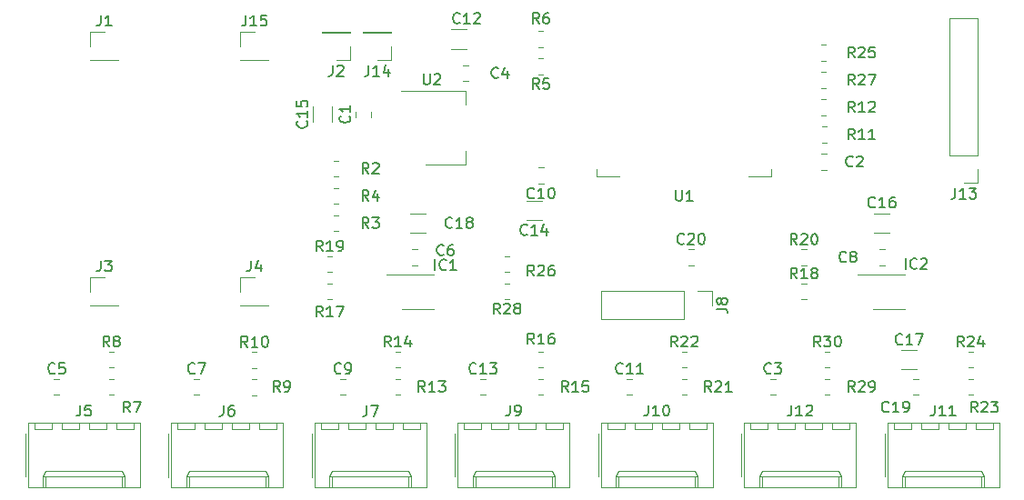
<source format=gbr>
%TF.GenerationSoftware,KiCad,Pcbnew,6.0.11+dfsg-1*%
%TF.CreationDate,2023-10-20T18:47:01+02:00*%
%TF.ProjectId,5x100A,35783130-3041-42e6-9b69-6361645f7063,rev?*%
%TF.SameCoordinates,Original*%
%TF.FileFunction,Legend,Top*%
%TF.FilePolarity,Positive*%
%FSLAX46Y46*%
G04 Gerber Fmt 4.6, Leading zero omitted, Abs format (unit mm)*
G04 Created by KiCad (PCBNEW 6.0.11+dfsg-1) date 2023-10-20 18:47:01*
%MOMM*%
%LPD*%
G01*
G04 APERTURE LIST*
%ADD10C,0.150000*%
%ADD11C,0.120000*%
G04 APERTURE END LIST*
D10*
%TO.C,U1*%
X134493095Y-102322380D02*
X134493095Y-103131904D01*
X134540714Y-103227142D01*
X134588333Y-103274761D01*
X134683571Y-103322380D01*
X134874047Y-103322380D01*
X134969285Y-103274761D01*
X135016904Y-103227142D01*
X135064523Y-103131904D01*
X135064523Y-102322380D01*
X136064523Y-103322380D02*
X135493095Y-103322380D01*
X135778809Y-103322380D02*
X135778809Y-102322380D01*
X135683571Y-102465238D01*
X135588333Y-102560476D01*
X135493095Y-102608095D01*
%TO.C,C18*%
X113657142Y-105767142D02*
X113609523Y-105814761D01*
X113466666Y-105862380D01*
X113371428Y-105862380D01*
X113228571Y-105814761D01*
X113133333Y-105719523D01*
X113085714Y-105624285D01*
X113038095Y-105433809D01*
X113038095Y-105290952D01*
X113085714Y-105100476D01*
X113133333Y-105005238D01*
X113228571Y-104910000D01*
X113371428Y-104862380D01*
X113466666Y-104862380D01*
X113609523Y-104910000D01*
X113657142Y-104957619D01*
X114609523Y-105862380D02*
X114038095Y-105862380D01*
X114323809Y-105862380D02*
X114323809Y-104862380D01*
X114228571Y-105005238D01*
X114133333Y-105100476D01*
X114038095Y-105148095D01*
X115180952Y-105290952D02*
X115085714Y-105243333D01*
X115038095Y-105195714D01*
X114990476Y-105100476D01*
X114990476Y-105052857D01*
X115038095Y-104957619D01*
X115085714Y-104910000D01*
X115180952Y-104862380D01*
X115371428Y-104862380D01*
X115466666Y-104910000D01*
X115514285Y-104957619D01*
X115561904Y-105052857D01*
X115561904Y-105100476D01*
X115514285Y-105195714D01*
X115466666Y-105243333D01*
X115371428Y-105290952D01*
X115180952Y-105290952D01*
X115085714Y-105338571D01*
X115038095Y-105386190D01*
X114990476Y-105481428D01*
X114990476Y-105671904D01*
X115038095Y-105767142D01*
X115085714Y-105814761D01*
X115180952Y-105862380D01*
X115371428Y-105862380D01*
X115466666Y-105814761D01*
X115514285Y-105767142D01*
X115561904Y-105671904D01*
X115561904Y-105481428D01*
X115514285Y-105386190D01*
X115466666Y-105338571D01*
X115371428Y-105290952D01*
%TO.C,J13*%
X160480476Y-102112380D02*
X160480476Y-102826666D01*
X160432857Y-102969523D01*
X160337619Y-103064761D01*
X160194761Y-103112380D01*
X160099523Y-103112380D01*
X161480476Y-103112380D02*
X160909047Y-103112380D01*
X161194761Y-103112380D02*
X161194761Y-102112380D01*
X161099523Y-102255238D01*
X161004285Y-102350476D01*
X160909047Y-102398095D01*
X161813809Y-102112380D02*
X162432857Y-102112380D01*
X162099523Y-102493333D01*
X162242380Y-102493333D01*
X162337619Y-102540952D01*
X162385238Y-102588571D01*
X162432857Y-102683809D01*
X162432857Y-102921904D01*
X162385238Y-103017142D01*
X162337619Y-103064761D01*
X162242380Y-103112380D01*
X161956666Y-103112380D01*
X161861428Y-103064761D01*
X161813809Y-103017142D01*
%TO.C,J4*%
X94916666Y-108882380D02*
X94916666Y-109596666D01*
X94869047Y-109739523D01*
X94773809Y-109834761D01*
X94630952Y-109882380D01*
X94535714Y-109882380D01*
X95821428Y-109215714D02*
X95821428Y-109882380D01*
X95583333Y-108834761D02*
X95345238Y-109549047D01*
X95964285Y-109549047D01*
%TO.C,U2*%
X110998095Y-91472380D02*
X110998095Y-92281904D01*
X111045714Y-92377142D01*
X111093333Y-92424761D01*
X111188571Y-92472380D01*
X111379047Y-92472380D01*
X111474285Y-92424761D01*
X111521904Y-92377142D01*
X111569523Y-92281904D01*
X111569523Y-91472380D01*
X111998095Y-91567619D02*
X112045714Y-91520000D01*
X112140952Y-91472380D01*
X112379047Y-91472380D01*
X112474285Y-91520000D01*
X112521904Y-91567619D01*
X112569523Y-91662857D01*
X112569523Y-91758095D01*
X112521904Y-91900952D01*
X111950476Y-92472380D01*
X112569523Y-92472380D01*
%TO.C,C9*%
X103300833Y-119327142D02*
X103253214Y-119374761D01*
X103110357Y-119422380D01*
X103015119Y-119422380D01*
X102872261Y-119374761D01*
X102777023Y-119279523D01*
X102729404Y-119184285D01*
X102681785Y-118993809D01*
X102681785Y-118850952D01*
X102729404Y-118660476D01*
X102777023Y-118565238D01*
X102872261Y-118470000D01*
X103015119Y-118422380D01*
X103110357Y-118422380D01*
X103253214Y-118470000D01*
X103300833Y-118517619D01*
X103777023Y-119422380D02*
X103967500Y-119422380D01*
X104062738Y-119374761D01*
X104110357Y-119327142D01*
X104205595Y-119184285D01*
X104253214Y-118993809D01*
X104253214Y-118612857D01*
X104205595Y-118517619D01*
X104157976Y-118470000D01*
X104062738Y-118422380D01*
X103872261Y-118422380D01*
X103777023Y-118470000D01*
X103729404Y-118517619D01*
X103681785Y-118612857D01*
X103681785Y-118850952D01*
X103729404Y-118946190D01*
X103777023Y-118993809D01*
X103872261Y-119041428D01*
X104062738Y-119041428D01*
X104157976Y-118993809D01*
X104205595Y-118946190D01*
X104253214Y-118850952D01*
%TO.C,R29*%
X151122142Y-121102380D02*
X150788809Y-120626190D01*
X150550714Y-121102380D02*
X150550714Y-120102380D01*
X150931666Y-120102380D01*
X151026904Y-120150000D01*
X151074523Y-120197619D01*
X151122142Y-120292857D01*
X151122142Y-120435714D01*
X151074523Y-120530952D01*
X151026904Y-120578571D01*
X150931666Y-120626190D01*
X150550714Y-120626190D01*
X151503095Y-120197619D02*
X151550714Y-120150000D01*
X151645952Y-120102380D01*
X151884047Y-120102380D01*
X151979285Y-120150000D01*
X152026904Y-120197619D01*
X152074523Y-120292857D01*
X152074523Y-120388095D01*
X152026904Y-120530952D01*
X151455476Y-121102380D01*
X152074523Y-121102380D01*
X152550714Y-121102380D02*
X152741190Y-121102380D01*
X152836428Y-121054761D01*
X152884047Y-121007142D01*
X152979285Y-120864285D01*
X153026904Y-120673809D01*
X153026904Y-120292857D01*
X152979285Y-120197619D01*
X152931666Y-120150000D01*
X152836428Y-120102380D01*
X152645952Y-120102380D01*
X152550714Y-120150000D01*
X152503095Y-120197619D01*
X152455476Y-120292857D01*
X152455476Y-120530952D01*
X152503095Y-120626190D01*
X152550714Y-120673809D01*
X152645952Y-120721428D01*
X152836428Y-120721428D01*
X152931666Y-120673809D01*
X152979285Y-120626190D01*
X153026904Y-120530952D01*
%TO.C,R13*%
X111117142Y-121102380D02*
X110783809Y-120626190D01*
X110545714Y-121102380D02*
X110545714Y-120102380D01*
X110926666Y-120102380D01*
X111021904Y-120150000D01*
X111069523Y-120197619D01*
X111117142Y-120292857D01*
X111117142Y-120435714D01*
X111069523Y-120530952D01*
X111021904Y-120578571D01*
X110926666Y-120626190D01*
X110545714Y-120626190D01*
X112069523Y-121102380D02*
X111498095Y-121102380D01*
X111783809Y-121102380D02*
X111783809Y-120102380D01*
X111688571Y-120245238D01*
X111593333Y-120340476D01*
X111498095Y-120388095D01*
X112402857Y-120102380D02*
X113021904Y-120102380D01*
X112688571Y-120483333D01*
X112831428Y-120483333D01*
X112926666Y-120530952D01*
X112974285Y-120578571D01*
X113021904Y-120673809D01*
X113021904Y-120911904D01*
X112974285Y-121007142D01*
X112926666Y-121054761D01*
X112831428Y-121102380D01*
X112545714Y-121102380D01*
X112450476Y-121054761D01*
X112402857Y-121007142D01*
%TO.C,R14*%
X107942142Y-116912380D02*
X107608809Y-116436190D01*
X107370714Y-116912380D02*
X107370714Y-115912380D01*
X107751666Y-115912380D01*
X107846904Y-115960000D01*
X107894523Y-116007619D01*
X107942142Y-116102857D01*
X107942142Y-116245714D01*
X107894523Y-116340952D01*
X107846904Y-116388571D01*
X107751666Y-116436190D01*
X107370714Y-116436190D01*
X108894523Y-116912380D02*
X108323095Y-116912380D01*
X108608809Y-116912380D02*
X108608809Y-115912380D01*
X108513571Y-116055238D01*
X108418333Y-116150476D01*
X108323095Y-116198095D01*
X109751666Y-116245714D02*
X109751666Y-116912380D01*
X109513571Y-115864761D02*
X109275476Y-116579047D01*
X109894523Y-116579047D01*
%TO.C,R11*%
X151122142Y-97607380D02*
X150788809Y-97131190D01*
X150550714Y-97607380D02*
X150550714Y-96607380D01*
X150931666Y-96607380D01*
X151026904Y-96655000D01*
X151074523Y-96702619D01*
X151122142Y-96797857D01*
X151122142Y-96940714D01*
X151074523Y-97035952D01*
X151026904Y-97083571D01*
X150931666Y-97131190D01*
X150550714Y-97131190D01*
X152074523Y-97607380D02*
X151503095Y-97607380D01*
X151788809Y-97607380D02*
X151788809Y-96607380D01*
X151693571Y-96750238D01*
X151598333Y-96845476D01*
X151503095Y-96893095D01*
X153026904Y-97607380D02*
X152455476Y-97607380D01*
X152741190Y-97607380D02*
X152741190Y-96607380D01*
X152645952Y-96750238D01*
X152550714Y-96845476D01*
X152455476Y-96893095D01*
%TO.C,J9*%
X119046666Y-122332380D02*
X119046666Y-123046666D01*
X118999047Y-123189523D01*
X118903809Y-123284761D01*
X118760952Y-123332380D01*
X118665714Y-123332380D01*
X119570476Y-123332380D02*
X119760952Y-123332380D01*
X119856190Y-123284761D01*
X119903809Y-123237142D01*
X119999047Y-123094285D01*
X120046666Y-122903809D01*
X120046666Y-122522857D01*
X119999047Y-122427619D01*
X119951428Y-122380000D01*
X119856190Y-122332380D01*
X119665714Y-122332380D01*
X119570476Y-122380000D01*
X119522857Y-122427619D01*
X119475238Y-122522857D01*
X119475238Y-122760952D01*
X119522857Y-122856190D01*
X119570476Y-122903809D01*
X119665714Y-122951428D01*
X119856190Y-122951428D01*
X119951428Y-122903809D01*
X119999047Y-122856190D01*
X120046666Y-122760952D01*
%TO.C,R9*%
X97623333Y-121102380D02*
X97290000Y-120626190D01*
X97051904Y-121102380D02*
X97051904Y-120102380D01*
X97432857Y-120102380D01*
X97528095Y-120150000D01*
X97575714Y-120197619D01*
X97623333Y-120292857D01*
X97623333Y-120435714D01*
X97575714Y-120530952D01*
X97528095Y-120578571D01*
X97432857Y-120626190D01*
X97051904Y-120626190D01*
X98099523Y-121102380D02*
X98290000Y-121102380D01*
X98385238Y-121054761D01*
X98432857Y-121007142D01*
X98528095Y-120864285D01*
X98575714Y-120673809D01*
X98575714Y-120292857D01*
X98528095Y-120197619D01*
X98480476Y-120150000D01*
X98385238Y-120102380D01*
X98194761Y-120102380D01*
X98099523Y-120150000D01*
X98051904Y-120197619D01*
X98004285Y-120292857D01*
X98004285Y-120530952D01*
X98051904Y-120626190D01*
X98099523Y-120673809D01*
X98194761Y-120721428D01*
X98385238Y-120721428D01*
X98480476Y-120673809D01*
X98528095Y-120626190D01*
X98575714Y-120530952D01*
%TO.C,R28*%
X118102142Y-113862380D02*
X117768809Y-113386190D01*
X117530714Y-113862380D02*
X117530714Y-112862380D01*
X117911666Y-112862380D01*
X118006904Y-112910000D01*
X118054523Y-112957619D01*
X118102142Y-113052857D01*
X118102142Y-113195714D01*
X118054523Y-113290952D01*
X118006904Y-113338571D01*
X117911666Y-113386190D01*
X117530714Y-113386190D01*
X118483095Y-112957619D02*
X118530714Y-112910000D01*
X118625952Y-112862380D01*
X118864047Y-112862380D01*
X118959285Y-112910000D01*
X119006904Y-112957619D01*
X119054523Y-113052857D01*
X119054523Y-113148095D01*
X119006904Y-113290952D01*
X118435476Y-113862380D01*
X119054523Y-113862380D01*
X119625952Y-113290952D02*
X119530714Y-113243333D01*
X119483095Y-113195714D01*
X119435476Y-113100476D01*
X119435476Y-113052857D01*
X119483095Y-112957619D01*
X119530714Y-112910000D01*
X119625952Y-112862380D01*
X119816428Y-112862380D01*
X119911666Y-112910000D01*
X119959285Y-112957619D01*
X120006904Y-113052857D01*
X120006904Y-113100476D01*
X119959285Y-113195714D01*
X119911666Y-113243333D01*
X119816428Y-113290952D01*
X119625952Y-113290952D01*
X119530714Y-113338571D01*
X119483095Y-113386190D01*
X119435476Y-113481428D01*
X119435476Y-113671904D01*
X119483095Y-113767142D01*
X119530714Y-113814761D01*
X119625952Y-113862380D01*
X119816428Y-113862380D01*
X119911666Y-113814761D01*
X119959285Y-113767142D01*
X120006904Y-113671904D01*
X120006904Y-113481428D01*
X119959285Y-113386190D01*
X119911666Y-113338571D01*
X119816428Y-113290952D01*
%TO.C,R16*%
X121277142Y-116657380D02*
X120943809Y-116181190D01*
X120705714Y-116657380D02*
X120705714Y-115657380D01*
X121086666Y-115657380D01*
X121181904Y-115705000D01*
X121229523Y-115752619D01*
X121277142Y-115847857D01*
X121277142Y-115990714D01*
X121229523Y-116085952D01*
X121181904Y-116133571D01*
X121086666Y-116181190D01*
X120705714Y-116181190D01*
X122229523Y-116657380D02*
X121658095Y-116657380D01*
X121943809Y-116657380D02*
X121943809Y-115657380D01*
X121848571Y-115800238D01*
X121753333Y-115895476D01*
X121658095Y-115943095D01*
X123086666Y-115657380D02*
X122896190Y-115657380D01*
X122800952Y-115705000D01*
X122753333Y-115752619D01*
X122658095Y-115895476D01*
X122610476Y-116085952D01*
X122610476Y-116466904D01*
X122658095Y-116562142D01*
X122705714Y-116609761D01*
X122800952Y-116657380D01*
X122991428Y-116657380D01*
X123086666Y-116609761D01*
X123134285Y-116562142D01*
X123181904Y-116466904D01*
X123181904Y-116228809D01*
X123134285Y-116133571D01*
X123086666Y-116085952D01*
X122991428Y-116038333D01*
X122800952Y-116038333D01*
X122705714Y-116085952D01*
X122658095Y-116133571D01*
X122610476Y-116228809D01*
%TO.C,R5*%
X121753333Y-92907380D02*
X121420000Y-92431190D01*
X121181904Y-92907380D02*
X121181904Y-91907380D01*
X121562857Y-91907380D01*
X121658095Y-91955000D01*
X121705714Y-92002619D01*
X121753333Y-92097857D01*
X121753333Y-92240714D01*
X121705714Y-92335952D01*
X121658095Y-92383571D01*
X121562857Y-92431190D01*
X121181904Y-92431190D01*
X122658095Y-91907380D02*
X122181904Y-91907380D01*
X122134285Y-92383571D01*
X122181904Y-92335952D01*
X122277142Y-92288333D01*
X122515238Y-92288333D01*
X122610476Y-92335952D01*
X122658095Y-92383571D01*
X122705714Y-92478809D01*
X122705714Y-92716904D01*
X122658095Y-92812142D01*
X122610476Y-92859761D01*
X122515238Y-92907380D01*
X122277142Y-92907380D01*
X122181904Y-92859761D01*
X122134285Y-92812142D01*
%TO.C,J11*%
X158575476Y-122332380D02*
X158575476Y-123046666D01*
X158527857Y-123189523D01*
X158432619Y-123284761D01*
X158289761Y-123332380D01*
X158194523Y-123332380D01*
X159575476Y-123332380D02*
X159004047Y-123332380D01*
X159289761Y-123332380D02*
X159289761Y-122332380D01*
X159194523Y-122475238D01*
X159099285Y-122570476D01*
X159004047Y-122618095D01*
X160527857Y-123332380D02*
X159956428Y-123332380D01*
X160242142Y-123332380D02*
X160242142Y-122332380D01*
X160146904Y-122475238D01*
X160051666Y-122570476D01*
X159956428Y-122618095D01*
%TO.C,C16*%
X153027142Y-103862142D02*
X152979523Y-103909761D01*
X152836666Y-103957380D01*
X152741428Y-103957380D01*
X152598571Y-103909761D01*
X152503333Y-103814523D01*
X152455714Y-103719285D01*
X152408095Y-103528809D01*
X152408095Y-103385952D01*
X152455714Y-103195476D01*
X152503333Y-103100238D01*
X152598571Y-103005000D01*
X152741428Y-102957380D01*
X152836666Y-102957380D01*
X152979523Y-103005000D01*
X153027142Y-103052619D01*
X153979523Y-103957380D02*
X153408095Y-103957380D01*
X153693809Y-103957380D02*
X153693809Y-102957380D01*
X153598571Y-103100238D01*
X153503333Y-103195476D01*
X153408095Y-103243095D01*
X154836666Y-102957380D02*
X154646190Y-102957380D01*
X154550952Y-103005000D01*
X154503333Y-103052619D01*
X154408095Y-103195476D01*
X154360476Y-103385952D01*
X154360476Y-103766904D01*
X154408095Y-103862142D01*
X154455714Y-103909761D01*
X154550952Y-103957380D01*
X154741428Y-103957380D01*
X154836666Y-103909761D01*
X154884285Y-103862142D01*
X154931904Y-103766904D01*
X154931904Y-103528809D01*
X154884285Y-103433571D01*
X154836666Y-103385952D01*
X154741428Y-103338333D01*
X154550952Y-103338333D01*
X154455714Y-103385952D01*
X154408095Y-103433571D01*
X154360476Y-103528809D01*
%TO.C,R30*%
X147947142Y-116912380D02*
X147613809Y-116436190D01*
X147375714Y-116912380D02*
X147375714Y-115912380D01*
X147756666Y-115912380D01*
X147851904Y-115960000D01*
X147899523Y-116007619D01*
X147947142Y-116102857D01*
X147947142Y-116245714D01*
X147899523Y-116340952D01*
X147851904Y-116388571D01*
X147756666Y-116436190D01*
X147375714Y-116436190D01*
X148280476Y-115912380D02*
X148899523Y-115912380D01*
X148566190Y-116293333D01*
X148709047Y-116293333D01*
X148804285Y-116340952D01*
X148851904Y-116388571D01*
X148899523Y-116483809D01*
X148899523Y-116721904D01*
X148851904Y-116817142D01*
X148804285Y-116864761D01*
X148709047Y-116912380D01*
X148423333Y-116912380D01*
X148328095Y-116864761D01*
X148280476Y-116817142D01*
X149518571Y-115912380D02*
X149613809Y-115912380D01*
X149709047Y-115960000D01*
X149756666Y-116007619D01*
X149804285Y-116102857D01*
X149851904Y-116293333D01*
X149851904Y-116531428D01*
X149804285Y-116721904D01*
X149756666Y-116817142D01*
X149709047Y-116864761D01*
X149613809Y-116912380D01*
X149518571Y-116912380D01*
X149423333Y-116864761D01*
X149375714Y-116817142D01*
X149328095Y-116721904D01*
X149280476Y-116531428D01*
X149280476Y-116293333D01*
X149328095Y-116102857D01*
X149375714Y-116007619D01*
X149423333Y-115960000D01*
X149518571Y-115912380D01*
%TO.C,C6*%
X112863333Y-108307142D02*
X112815714Y-108354761D01*
X112672857Y-108402380D01*
X112577619Y-108402380D01*
X112434761Y-108354761D01*
X112339523Y-108259523D01*
X112291904Y-108164285D01*
X112244285Y-107973809D01*
X112244285Y-107830952D01*
X112291904Y-107640476D01*
X112339523Y-107545238D01*
X112434761Y-107450000D01*
X112577619Y-107402380D01*
X112672857Y-107402380D01*
X112815714Y-107450000D01*
X112863333Y-107497619D01*
X113720476Y-107402380D02*
X113530000Y-107402380D01*
X113434761Y-107450000D01*
X113387142Y-107497619D01*
X113291904Y-107640476D01*
X113244285Y-107830952D01*
X113244285Y-108211904D01*
X113291904Y-108307142D01*
X113339523Y-108354761D01*
X113434761Y-108402380D01*
X113625238Y-108402380D01*
X113720476Y-108354761D01*
X113768095Y-108307142D01*
X113815714Y-108211904D01*
X113815714Y-107973809D01*
X113768095Y-107878571D01*
X113720476Y-107830952D01*
X113625238Y-107783333D01*
X113434761Y-107783333D01*
X113339523Y-107830952D01*
X113291904Y-107878571D01*
X113244285Y-107973809D01*
%TO.C,J8*%
X138297380Y-113363333D02*
X139011666Y-113363333D01*
X139154523Y-113410952D01*
X139249761Y-113506190D01*
X139297380Y-113649047D01*
X139297380Y-113744285D01*
X138725952Y-112744285D02*
X138678333Y-112839523D01*
X138630714Y-112887142D01*
X138535476Y-112934761D01*
X138487857Y-112934761D01*
X138392619Y-112887142D01*
X138345000Y-112839523D01*
X138297380Y-112744285D01*
X138297380Y-112553809D01*
X138345000Y-112458571D01*
X138392619Y-112410952D01*
X138487857Y-112363333D01*
X138535476Y-112363333D01*
X138630714Y-112410952D01*
X138678333Y-112458571D01*
X138725952Y-112553809D01*
X138725952Y-112744285D01*
X138773571Y-112839523D01*
X138821190Y-112887142D01*
X138916428Y-112934761D01*
X139106904Y-112934761D01*
X139202142Y-112887142D01*
X139249761Y-112839523D01*
X139297380Y-112744285D01*
X139297380Y-112553809D01*
X139249761Y-112458571D01*
X139202142Y-112410952D01*
X139106904Y-112363333D01*
X138916428Y-112363333D01*
X138821190Y-112410952D01*
X138773571Y-112458571D01*
X138725952Y-112553809D01*
%TO.C,C13*%
X115882142Y-119327142D02*
X115834523Y-119374761D01*
X115691666Y-119422380D01*
X115596428Y-119422380D01*
X115453571Y-119374761D01*
X115358333Y-119279523D01*
X115310714Y-119184285D01*
X115263095Y-118993809D01*
X115263095Y-118850952D01*
X115310714Y-118660476D01*
X115358333Y-118565238D01*
X115453571Y-118470000D01*
X115596428Y-118422380D01*
X115691666Y-118422380D01*
X115834523Y-118470000D01*
X115882142Y-118517619D01*
X116834523Y-119422380D02*
X116263095Y-119422380D01*
X116548809Y-119422380D02*
X116548809Y-118422380D01*
X116453571Y-118565238D01*
X116358333Y-118660476D01*
X116263095Y-118708095D01*
X117167857Y-118422380D02*
X117786904Y-118422380D01*
X117453571Y-118803333D01*
X117596428Y-118803333D01*
X117691666Y-118850952D01*
X117739285Y-118898571D01*
X117786904Y-118993809D01*
X117786904Y-119231904D01*
X117739285Y-119327142D01*
X117691666Y-119374761D01*
X117596428Y-119422380D01*
X117310714Y-119422380D01*
X117215476Y-119374761D01*
X117167857Y-119327142D01*
%TO.C,C11*%
X129532142Y-119327142D02*
X129484523Y-119374761D01*
X129341666Y-119422380D01*
X129246428Y-119422380D01*
X129103571Y-119374761D01*
X129008333Y-119279523D01*
X128960714Y-119184285D01*
X128913095Y-118993809D01*
X128913095Y-118850952D01*
X128960714Y-118660476D01*
X129008333Y-118565238D01*
X129103571Y-118470000D01*
X129246428Y-118422380D01*
X129341666Y-118422380D01*
X129484523Y-118470000D01*
X129532142Y-118517619D01*
X130484523Y-119422380D02*
X129913095Y-119422380D01*
X130198809Y-119422380D02*
X130198809Y-118422380D01*
X130103571Y-118565238D01*
X130008333Y-118660476D01*
X129913095Y-118708095D01*
X131436904Y-119422380D02*
X130865476Y-119422380D01*
X131151190Y-119422380D02*
X131151190Y-118422380D01*
X131055952Y-118565238D01*
X130960714Y-118660476D01*
X130865476Y-118708095D01*
%TO.C,J12*%
X145240476Y-122332380D02*
X145240476Y-123046666D01*
X145192857Y-123189523D01*
X145097619Y-123284761D01*
X144954761Y-123332380D01*
X144859523Y-123332380D01*
X146240476Y-123332380D02*
X145669047Y-123332380D01*
X145954761Y-123332380D02*
X145954761Y-122332380D01*
X145859523Y-122475238D01*
X145764285Y-122570476D01*
X145669047Y-122618095D01*
X146621428Y-122427619D02*
X146669047Y-122380000D01*
X146764285Y-122332380D01*
X147002380Y-122332380D01*
X147097619Y-122380000D01*
X147145238Y-122427619D01*
X147192857Y-122522857D01*
X147192857Y-122618095D01*
X147145238Y-122760952D01*
X146573809Y-123332380D01*
X147192857Y-123332380D01*
%TO.C,C12*%
X114368394Y-86717142D02*
X114320775Y-86764761D01*
X114177918Y-86812380D01*
X114082680Y-86812380D01*
X113939823Y-86764761D01*
X113844585Y-86669523D01*
X113796966Y-86574285D01*
X113749347Y-86383809D01*
X113749347Y-86240952D01*
X113796966Y-86050476D01*
X113844585Y-85955238D01*
X113939823Y-85860000D01*
X114082680Y-85812380D01*
X114177918Y-85812380D01*
X114320775Y-85860000D01*
X114368394Y-85907619D01*
X115320775Y-86812380D02*
X114749347Y-86812380D01*
X115035061Y-86812380D02*
X115035061Y-85812380D01*
X114939823Y-85955238D01*
X114844585Y-86050476D01*
X114749347Y-86098095D01*
X115701728Y-85907619D02*
X115749347Y-85860000D01*
X115844585Y-85812380D01*
X116082680Y-85812380D01*
X116177918Y-85860000D01*
X116225537Y-85907619D01*
X116273156Y-86002857D01*
X116273156Y-86098095D01*
X116225537Y-86240952D01*
X115654109Y-86812380D01*
X116273156Y-86812380D01*
%TO.C,R17*%
X101592142Y-114117380D02*
X101258809Y-113641190D01*
X101020714Y-114117380D02*
X101020714Y-113117380D01*
X101401666Y-113117380D01*
X101496904Y-113165000D01*
X101544523Y-113212619D01*
X101592142Y-113307857D01*
X101592142Y-113450714D01*
X101544523Y-113545952D01*
X101496904Y-113593571D01*
X101401666Y-113641190D01*
X101020714Y-113641190D01*
X102544523Y-114117380D02*
X101973095Y-114117380D01*
X102258809Y-114117380D02*
X102258809Y-113117380D01*
X102163571Y-113260238D01*
X102068333Y-113355476D01*
X101973095Y-113403095D01*
X102877857Y-113117380D02*
X103544523Y-113117380D01*
X103115952Y-114117380D01*
%TO.C,R19*%
X101592142Y-108022380D02*
X101258809Y-107546190D01*
X101020714Y-108022380D02*
X101020714Y-107022380D01*
X101401666Y-107022380D01*
X101496904Y-107070000D01*
X101544523Y-107117619D01*
X101592142Y-107212857D01*
X101592142Y-107355714D01*
X101544523Y-107450952D01*
X101496904Y-107498571D01*
X101401666Y-107546190D01*
X101020714Y-107546190D01*
X102544523Y-108022380D02*
X101973095Y-108022380D01*
X102258809Y-108022380D02*
X102258809Y-107022380D01*
X102163571Y-107165238D01*
X102068333Y-107260476D01*
X101973095Y-107308095D01*
X103020714Y-108022380D02*
X103211190Y-108022380D01*
X103306428Y-107974761D01*
X103354047Y-107927142D01*
X103449285Y-107784285D01*
X103496904Y-107593809D01*
X103496904Y-107212857D01*
X103449285Y-107117619D01*
X103401666Y-107070000D01*
X103306428Y-107022380D01*
X103115952Y-107022380D01*
X103020714Y-107070000D01*
X102973095Y-107117619D01*
X102925476Y-107212857D01*
X102925476Y-107450952D01*
X102973095Y-107546190D01*
X103020714Y-107593809D01*
X103115952Y-107641428D01*
X103306428Y-107641428D01*
X103401666Y-107593809D01*
X103449285Y-107546190D01*
X103496904Y-107450952D01*
%TO.C,C14*%
X120642142Y-106422142D02*
X120594523Y-106469761D01*
X120451666Y-106517380D01*
X120356428Y-106517380D01*
X120213571Y-106469761D01*
X120118333Y-106374523D01*
X120070714Y-106279285D01*
X120023095Y-106088809D01*
X120023095Y-105945952D01*
X120070714Y-105755476D01*
X120118333Y-105660238D01*
X120213571Y-105565000D01*
X120356428Y-105517380D01*
X120451666Y-105517380D01*
X120594523Y-105565000D01*
X120642142Y-105612619D01*
X121594523Y-106517380D02*
X121023095Y-106517380D01*
X121308809Y-106517380D02*
X121308809Y-105517380D01*
X121213571Y-105660238D01*
X121118333Y-105755476D01*
X121023095Y-105803095D01*
X122451666Y-105850714D02*
X122451666Y-106517380D01*
X122213571Y-105469761D02*
X121975476Y-106184047D01*
X122594523Y-106184047D01*
%TO.C,R15*%
X124452142Y-121102380D02*
X124118809Y-120626190D01*
X123880714Y-121102380D02*
X123880714Y-120102380D01*
X124261666Y-120102380D01*
X124356904Y-120150000D01*
X124404523Y-120197619D01*
X124452142Y-120292857D01*
X124452142Y-120435714D01*
X124404523Y-120530952D01*
X124356904Y-120578571D01*
X124261666Y-120626190D01*
X123880714Y-120626190D01*
X125404523Y-121102380D02*
X124833095Y-121102380D01*
X125118809Y-121102380D02*
X125118809Y-120102380D01*
X125023571Y-120245238D01*
X124928333Y-120340476D01*
X124833095Y-120388095D01*
X126309285Y-120102380D02*
X125833095Y-120102380D01*
X125785476Y-120578571D01*
X125833095Y-120530952D01*
X125928333Y-120483333D01*
X126166428Y-120483333D01*
X126261666Y-120530952D01*
X126309285Y-120578571D01*
X126356904Y-120673809D01*
X126356904Y-120911904D01*
X126309285Y-121007142D01*
X126261666Y-121054761D01*
X126166428Y-121102380D01*
X125928333Y-121102380D01*
X125833095Y-121054761D01*
X125785476Y-121007142D01*
%TO.C,R27*%
X151122142Y-92527380D02*
X150788809Y-92051190D01*
X150550714Y-92527380D02*
X150550714Y-91527380D01*
X150931666Y-91527380D01*
X151026904Y-91575000D01*
X151074523Y-91622619D01*
X151122142Y-91717857D01*
X151122142Y-91860714D01*
X151074523Y-91955952D01*
X151026904Y-92003571D01*
X150931666Y-92051190D01*
X150550714Y-92051190D01*
X151503095Y-91622619D02*
X151550714Y-91575000D01*
X151645952Y-91527380D01*
X151884047Y-91527380D01*
X151979285Y-91575000D01*
X152026904Y-91622619D01*
X152074523Y-91717857D01*
X152074523Y-91813095D01*
X152026904Y-91955952D01*
X151455476Y-92527380D01*
X152074523Y-92527380D01*
X152407857Y-91527380D02*
X153074523Y-91527380D01*
X152645952Y-92527380D01*
%TO.C,J2*%
X102536666Y-90682380D02*
X102536666Y-91396666D01*
X102489047Y-91539523D01*
X102393809Y-91634761D01*
X102250952Y-91682380D01*
X102155714Y-91682380D01*
X102965238Y-90777619D02*
X103012857Y-90730000D01*
X103108095Y-90682380D01*
X103346190Y-90682380D01*
X103441428Y-90730000D01*
X103489047Y-90777619D01*
X103536666Y-90872857D01*
X103536666Y-90968095D01*
X103489047Y-91110952D01*
X102917619Y-91682380D01*
X103536666Y-91682380D01*
%TO.C,R26*%
X121277142Y-110307380D02*
X120943809Y-109831190D01*
X120705714Y-110307380D02*
X120705714Y-109307380D01*
X121086666Y-109307380D01*
X121181904Y-109355000D01*
X121229523Y-109402619D01*
X121277142Y-109497857D01*
X121277142Y-109640714D01*
X121229523Y-109735952D01*
X121181904Y-109783571D01*
X121086666Y-109831190D01*
X120705714Y-109831190D01*
X121658095Y-109402619D02*
X121705714Y-109355000D01*
X121800952Y-109307380D01*
X122039047Y-109307380D01*
X122134285Y-109355000D01*
X122181904Y-109402619D01*
X122229523Y-109497857D01*
X122229523Y-109593095D01*
X122181904Y-109735952D01*
X121610476Y-110307380D01*
X122229523Y-110307380D01*
X123086666Y-109307380D02*
X122896190Y-109307380D01*
X122800952Y-109355000D01*
X122753333Y-109402619D01*
X122658095Y-109545476D01*
X122610476Y-109735952D01*
X122610476Y-110116904D01*
X122658095Y-110212142D01*
X122705714Y-110259761D01*
X122800952Y-110307380D01*
X122991428Y-110307380D01*
X123086666Y-110259761D01*
X123134285Y-110212142D01*
X123181904Y-110116904D01*
X123181904Y-109878809D01*
X123134285Y-109783571D01*
X123086666Y-109735952D01*
X122991428Y-109688333D01*
X122800952Y-109688333D01*
X122705714Y-109735952D01*
X122658095Y-109783571D01*
X122610476Y-109878809D01*
%TO.C,J10*%
X131905476Y-122332380D02*
X131905476Y-123046666D01*
X131857857Y-123189523D01*
X131762619Y-123284761D01*
X131619761Y-123332380D01*
X131524523Y-123332380D01*
X132905476Y-123332380D02*
X132334047Y-123332380D01*
X132619761Y-123332380D02*
X132619761Y-122332380D01*
X132524523Y-122475238D01*
X132429285Y-122570476D01*
X132334047Y-122618095D01*
X133524523Y-122332380D02*
X133619761Y-122332380D01*
X133715000Y-122380000D01*
X133762619Y-122427619D01*
X133810238Y-122522857D01*
X133857857Y-122713333D01*
X133857857Y-122951428D01*
X133810238Y-123141904D01*
X133762619Y-123237142D01*
X133715000Y-123284761D01*
X133619761Y-123332380D01*
X133524523Y-123332380D01*
X133429285Y-123284761D01*
X133381666Y-123237142D01*
X133334047Y-123141904D01*
X133286428Y-122951428D01*
X133286428Y-122713333D01*
X133334047Y-122522857D01*
X133381666Y-122427619D01*
X133429285Y-122380000D01*
X133524523Y-122332380D01*
%TO.C,R7*%
X83653333Y-123007380D02*
X83320000Y-122531190D01*
X83081904Y-123007380D02*
X83081904Y-122007380D01*
X83462857Y-122007380D01*
X83558095Y-122055000D01*
X83605714Y-122102619D01*
X83653333Y-122197857D01*
X83653333Y-122340714D01*
X83605714Y-122435952D01*
X83558095Y-122483571D01*
X83462857Y-122531190D01*
X83081904Y-122531190D01*
X83986666Y-122007380D02*
X84653333Y-122007380D01*
X84224761Y-123007380D01*
%TO.C,J14*%
X105870476Y-90682380D02*
X105870476Y-91396666D01*
X105822857Y-91539523D01*
X105727619Y-91634761D01*
X105584761Y-91682380D01*
X105489523Y-91682380D01*
X106870476Y-91682380D02*
X106299047Y-91682380D01*
X106584761Y-91682380D02*
X106584761Y-90682380D01*
X106489523Y-90825238D01*
X106394285Y-90920476D01*
X106299047Y-90968095D01*
X107727619Y-91015714D02*
X107727619Y-91682380D01*
X107489523Y-90634761D02*
X107251428Y-91349047D01*
X107870476Y-91349047D01*
%TO.C,C17*%
X155567142Y-116617142D02*
X155519523Y-116664761D01*
X155376666Y-116712380D01*
X155281428Y-116712380D01*
X155138571Y-116664761D01*
X155043333Y-116569523D01*
X154995714Y-116474285D01*
X154948095Y-116283809D01*
X154948095Y-116140952D01*
X154995714Y-115950476D01*
X155043333Y-115855238D01*
X155138571Y-115760000D01*
X155281428Y-115712380D01*
X155376666Y-115712380D01*
X155519523Y-115760000D01*
X155567142Y-115807619D01*
X156519523Y-116712380D02*
X155948095Y-116712380D01*
X156233809Y-116712380D02*
X156233809Y-115712380D01*
X156138571Y-115855238D01*
X156043333Y-115950476D01*
X155948095Y-115998095D01*
X156852857Y-115712380D02*
X157519523Y-115712380D01*
X157090952Y-116712380D01*
%TO.C,R21*%
X137787142Y-121102380D02*
X137453809Y-120626190D01*
X137215714Y-121102380D02*
X137215714Y-120102380D01*
X137596666Y-120102380D01*
X137691904Y-120150000D01*
X137739523Y-120197619D01*
X137787142Y-120292857D01*
X137787142Y-120435714D01*
X137739523Y-120530952D01*
X137691904Y-120578571D01*
X137596666Y-120626190D01*
X137215714Y-120626190D01*
X138168095Y-120197619D02*
X138215714Y-120150000D01*
X138310952Y-120102380D01*
X138549047Y-120102380D01*
X138644285Y-120150000D01*
X138691904Y-120197619D01*
X138739523Y-120292857D01*
X138739523Y-120388095D01*
X138691904Y-120530952D01*
X138120476Y-121102380D01*
X138739523Y-121102380D01*
X139691904Y-121102380D02*
X139120476Y-121102380D01*
X139406190Y-121102380D02*
X139406190Y-120102380D01*
X139310952Y-120245238D01*
X139215714Y-120340476D01*
X139120476Y-120388095D01*
%TO.C,R4*%
X105878333Y-103322380D02*
X105545000Y-102846190D01*
X105306904Y-103322380D02*
X105306904Y-102322380D01*
X105687857Y-102322380D01*
X105783095Y-102370000D01*
X105830714Y-102417619D01*
X105878333Y-102512857D01*
X105878333Y-102655714D01*
X105830714Y-102750952D01*
X105783095Y-102798571D01*
X105687857Y-102846190D01*
X105306904Y-102846190D01*
X106735476Y-102655714D02*
X106735476Y-103322380D01*
X106497380Y-102274761D02*
X106259285Y-102989047D01*
X106878333Y-102989047D01*
%TO.C,R22*%
X134612142Y-116912380D02*
X134278809Y-116436190D01*
X134040714Y-116912380D02*
X134040714Y-115912380D01*
X134421666Y-115912380D01*
X134516904Y-115960000D01*
X134564523Y-116007619D01*
X134612142Y-116102857D01*
X134612142Y-116245714D01*
X134564523Y-116340952D01*
X134516904Y-116388571D01*
X134421666Y-116436190D01*
X134040714Y-116436190D01*
X134993095Y-116007619D02*
X135040714Y-115960000D01*
X135135952Y-115912380D01*
X135374047Y-115912380D01*
X135469285Y-115960000D01*
X135516904Y-116007619D01*
X135564523Y-116102857D01*
X135564523Y-116198095D01*
X135516904Y-116340952D01*
X134945476Y-116912380D01*
X135564523Y-116912380D01*
X135945476Y-116007619D02*
X135993095Y-115960000D01*
X136088333Y-115912380D01*
X136326428Y-115912380D01*
X136421666Y-115960000D01*
X136469285Y-116007619D01*
X136516904Y-116102857D01*
X136516904Y-116198095D01*
X136469285Y-116340952D01*
X135897857Y-116912380D01*
X136516904Y-116912380D01*
%TO.C,J15*%
X94440476Y-86022380D02*
X94440476Y-86736666D01*
X94392857Y-86879523D01*
X94297619Y-86974761D01*
X94154761Y-87022380D01*
X94059523Y-87022380D01*
X95440476Y-87022380D02*
X94869047Y-87022380D01*
X95154761Y-87022380D02*
X95154761Y-86022380D01*
X95059523Y-86165238D01*
X94964285Y-86260476D01*
X94869047Y-86308095D01*
X96345238Y-86022380D02*
X95869047Y-86022380D01*
X95821428Y-86498571D01*
X95869047Y-86450952D01*
X95964285Y-86403333D01*
X96202380Y-86403333D01*
X96297619Y-86450952D01*
X96345238Y-86498571D01*
X96392857Y-86593809D01*
X96392857Y-86831904D01*
X96345238Y-86927142D01*
X96297619Y-86974761D01*
X96202380Y-87022380D01*
X95964285Y-87022380D01*
X95869047Y-86974761D01*
X95821428Y-86927142D01*
%TO.C,J5*%
X79041666Y-122332380D02*
X79041666Y-123046666D01*
X78994047Y-123189523D01*
X78898809Y-123284761D01*
X78755952Y-123332380D01*
X78660714Y-123332380D01*
X79994047Y-122332380D02*
X79517857Y-122332380D01*
X79470238Y-122808571D01*
X79517857Y-122760952D01*
X79613095Y-122713333D01*
X79851190Y-122713333D01*
X79946428Y-122760952D01*
X79994047Y-122808571D01*
X80041666Y-122903809D01*
X80041666Y-123141904D01*
X79994047Y-123237142D01*
X79946428Y-123284761D01*
X79851190Y-123332380D01*
X79613095Y-123332380D01*
X79517857Y-123284761D01*
X79470238Y-123237142D01*
%TO.C,C15*%
X100107142Y-95892857D02*
X100154761Y-95940476D01*
X100202380Y-96083333D01*
X100202380Y-96178571D01*
X100154761Y-96321428D01*
X100059523Y-96416666D01*
X99964285Y-96464285D01*
X99773809Y-96511904D01*
X99630952Y-96511904D01*
X99440476Y-96464285D01*
X99345238Y-96416666D01*
X99250000Y-96321428D01*
X99202380Y-96178571D01*
X99202380Y-96083333D01*
X99250000Y-95940476D01*
X99297619Y-95892857D01*
X100202380Y-94940476D02*
X100202380Y-95511904D01*
X100202380Y-95226190D02*
X99202380Y-95226190D01*
X99345238Y-95321428D01*
X99440476Y-95416666D01*
X99488095Y-95511904D01*
X99202380Y-94035714D02*
X99202380Y-94511904D01*
X99678571Y-94559523D01*
X99630952Y-94511904D01*
X99583333Y-94416666D01*
X99583333Y-94178571D01*
X99630952Y-94083333D01*
X99678571Y-94035714D01*
X99773809Y-93988095D01*
X100011904Y-93988095D01*
X100107142Y-94035714D01*
X100154761Y-94083333D01*
X100202380Y-94178571D01*
X100202380Y-94416666D01*
X100154761Y-94511904D01*
X100107142Y-94559523D01*
%TO.C,R12*%
X151122142Y-95067380D02*
X150788809Y-94591190D01*
X150550714Y-95067380D02*
X150550714Y-94067380D01*
X150931666Y-94067380D01*
X151026904Y-94115000D01*
X151074523Y-94162619D01*
X151122142Y-94257857D01*
X151122142Y-94400714D01*
X151074523Y-94495952D01*
X151026904Y-94543571D01*
X150931666Y-94591190D01*
X150550714Y-94591190D01*
X152074523Y-95067380D02*
X151503095Y-95067380D01*
X151788809Y-95067380D02*
X151788809Y-94067380D01*
X151693571Y-94210238D01*
X151598333Y-94305476D01*
X151503095Y-94353095D01*
X152455476Y-94162619D02*
X152503095Y-94115000D01*
X152598333Y-94067380D01*
X152836428Y-94067380D01*
X152931666Y-94115000D01*
X152979285Y-94162619D01*
X153026904Y-94257857D01*
X153026904Y-94353095D01*
X152979285Y-94495952D01*
X152407857Y-95067380D01*
X153026904Y-95067380D01*
%TO.C,C20*%
X135247142Y-107262142D02*
X135199523Y-107309761D01*
X135056666Y-107357380D01*
X134961428Y-107357380D01*
X134818571Y-107309761D01*
X134723333Y-107214523D01*
X134675714Y-107119285D01*
X134628095Y-106928809D01*
X134628095Y-106785952D01*
X134675714Y-106595476D01*
X134723333Y-106500238D01*
X134818571Y-106405000D01*
X134961428Y-106357380D01*
X135056666Y-106357380D01*
X135199523Y-106405000D01*
X135247142Y-106452619D01*
X135628095Y-106452619D02*
X135675714Y-106405000D01*
X135770952Y-106357380D01*
X136009047Y-106357380D01*
X136104285Y-106405000D01*
X136151904Y-106452619D01*
X136199523Y-106547857D01*
X136199523Y-106643095D01*
X136151904Y-106785952D01*
X135580476Y-107357380D01*
X136199523Y-107357380D01*
X136818571Y-106357380D02*
X136913809Y-106357380D01*
X137009047Y-106405000D01*
X137056666Y-106452619D01*
X137104285Y-106547857D01*
X137151904Y-106738333D01*
X137151904Y-106976428D01*
X137104285Y-107166904D01*
X137056666Y-107262142D01*
X137009047Y-107309761D01*
X136913809Y-107357380D01*
X136818571Y-107357380D01*
X136723333Y-107309761D01*
X136675714Y-107262142D01*
X136628095Y-107166904D01*
X136580476Y-106976428D01*
X136580476Y-106738333D01*
X136628095Y-106547857D01*
X136675714Y-106452619D01*
X136723333Y-106405000D01*
X136818571Y-106357380D01*
%TO.C,R25*%
X151122142Y-89987380D02*
X150788809Y-89511190D01*
X150550714Y-89987380D02*
X150550714Y-88987380D01*
X150931666Y-88987380D01*
X151026904Y-89035000D01*
X151074523Y-89082619D01*
X151122142Y-89177857D01*
X151122142Y-89320714D01*
X151074523Y-89415952D01*
X151026904Y-89463571D01*
X150931666Y-89511190D01*
X150550714Y-89511190D01*
X151503095Y-89082619D02*
X151550714Y-89035000D01*
X151645952Y-88987380D01*
X151884047Y-88987380D01*
X151979285Y-89035000D01*
X152026904Y-89082619D01*
X152074523Y-89177857D01*
X152074523Y-89273095D01*
X152026904Y-89415952D01*
X151455476Y-89987380D01*
X152074523Y-89987380D01*
X152979285Y-88987380D02*
X152503095Y-88987380D01*
X152455476Y-89463571D01*
X152503095Y-89415952D01*
X152598333Y-89368333D01*
X152836428Y-89368333D01*
X152931666Y-89415952D01*
X152979285Y-89463571D01*
X153026904Y-89558809D01*
X153026904Y-89796904D01*
X152979285Y-89892142D01*
X152931666Y-89939761D01*
X152836428Y-89987380D01*
X152598333Y-89987380D01*
X152503095Y-89939761D01*
X152455476Y-89892142D01*
%TO.C,J7*%
X105711666Y-122352380D02*
X105711666Y-123066666D01*
X105664047Y-123209523D01*
X105568809Y-123304761D01*
X105425952Y-123352380D01*
X105330714Y-123352380D01*
X106092619Y-122352380D02*
X106759285Y-122352380D01*
X106330714Y-123352380D01*
%TO.C,R24*%
X161282142Y-116912380D02*
X160948809Y-116436190D01*
X160710714Y-116912380D02*
X160710714Y-115912380D01*
X161091666Y-115912380D01*
X161186904Y-115960000D01*
X161234523Y-116007619D01*
X161282142Y-116102857D01*
X161282142Y-116245714D01*
X161234523Y-116340952D01*
X161186904Y-116388571D01*
X161091666Y-116436190D01*
X160710714Y-116436190D01*
X161663095Y-116007619D02*
X161710714Y-115960000D01*
X161805952Y-115912380D01*
X162044047Y-115912380D01*
X162139285Y-115960000D01*
X162186904Y-116007619D01*
X162234523Y-116102857D01*
X162234523Y-116198095D01*
X162186904Y-116340952D01*
X161615476Y-116912380D01*
X162234523Y-116912380D01*
X163091666Y-116245714D02*
X163091666Y-116912380D01*
X162853571Y-115864761D02*
X162615476Y-116579047D01*
X163234523Y-116579047D01*
%TO.C,C7*%
X89688333Y-119327142D02*
X89640714Y-119374761D01*
X89497857Y-119422380D01*
X89402619Y-119422380D01*
X89259761Y-119374761D01*
X89164523Y-119279523D01*
X89116904Y-119184285D01*
X89069285Y-118993809D01*
X89069285Y-118850952D01*
X89116904Y-118660476D01*
X89164523Y-118565238D01*
X89259761Y-118470000D01*
X89402619Y-118422380D01*
X89497857Y-118422380D01*
X89640714Y-118470000D01*
X89688333Y-118517619D01*
X90021666Y-118422380D02*
X90688333Y-118422380D01*
X90259761Y-119422380D01*
%TO.C,IC1*%
X112053809Y-109772380D02*
X112053809Y-108772380D01*
X113101428Y-109677142D02*
X113053809Y-109724761D01*
X112910952Y-109772380D01*
X112815714Y-109772380D01*
X112672857Y-109724761D01*
X112577619Y-109629523D01*
X112530000Y-109534285D01*
X112482380Y-109343809D01*
X112482380Y-109200952D01*
X112530000Y-109010476D01*
X112577619Y-108915238D01*
X112672857Y-108820000D01*
X112815714Y-108772380D01*
X112910952Y-108772380D01*
X113053809Y-108820000D01*
X113101428Y-108867619D01*
X114053809Y-109772380D02*
X113482380Y-109772380D01*
X113768095Y-109772380D02*
X113768095Y-108772380D01*
X113672857Y-108915238D01*
X113577619Y-109010476D01*
X113482380Y-109058095D01*
%TO.C,J3*%
X80946666Y-108882380D02*
X80946666Y-109596666D01*
X80899047Y-109739523D01*
X80803809Y-109834761D01*
X80660952Y-109882380D01*
X80565714Y-109882380D01*
X81327619Y-108882380D02*
X81946666Y-108882380D01*
X81613333Y-109263333D01*
X81756190Y-109263333D01*
X81851428Y-109310952D01*
X81899047Y-109358571D01*
X81946666Y-109453809D01*
X81946666Y-109691904D01*
X81899047Y-109787142D01*
X81851428Y-109834761D01*
X81756190Y-109882380D01*
X81470476Y-109882380D01*
X81375238Y-109834761D01*
X81327619Y-109787142D01*
%TO.C,C8*%
X150328333Y-108942142D02*
X150280714Y-108989761D01*
X150137857Y-109037380D01*
X150042619Y-109037380D01*
X149899761Y-108989761D01*
X149804523Y-108894523D01*
X149756904Y-108799285D01*
X149709285Y-108608809D01*
X149709285Y-108465952D01*
X149756904Y-108275476D01*
X149804523Y-108180238D01*
X149899761Y-108085000D01*
X150042619Y-108037380D01*
X150137857Y-108037380D01*
X150280714Y-108085000D01*
X150328333Y-108132619D01*
X150899761Y-108465952D02*
X150804523Y-108418333D01*
X150756904Y-108370714D01*
X150709285Y-108275476D01*
X150709285Y-108227857D01*
X150756904Y-108132619D01*
X150804523Y-108085000D01*
X150899761Y-108037380D01*
X151090238Y-108037380D01*
X151185476Y-108085000D01*
X151233095Y-108132619D01*
X151280714Y-108227857D01*
X151280714Y-108275476D01*
X151233095Y-108370714D01*
X151185476Y-108418333D01*
X151090238Y-108465952D01*
X150899761Y-108465952D01*
X150804523Y-108513571D01*
X150756904Y-108561190D01*
X150709285Y-108656428D01*
X150709285Y-108846904D01*
X150756904Y-108942142D01*
X150804523Y-108989761D01*
X150899761Y-109037380D01*
X151090238Y-109037380D01*
X151185476Y-108989761D01*
X151233095Y-108942142D01*
X151280714Y-108846904D01*
X151280714Y-108656428D01*
X151233095Y-108561190D01*
X151185476Y-108513571D01*
X151090238Y-108465952D01*
%TO.C,R8*%
X81748333Y-116912380D02*
X81415000Y-116436190D01*
X81176904Y-116912380D02*
X81176904Y-115912380D01*
X81557857Y-115912380D01*
X81653095Y-115960000D01*
X81700714Y-116007619D01*
X81748333Y-116102857D01*
X81748333Y-116245714D01*
X81700714Y-116340952D01*
X81653095Y-116388571D01*
X81557857Y-116436190D01*
X81176904Y-116436190D01*
X82319761Y-116340952D02*
X82224523Y-116293333D01*
X82176904Y-116245714D01*
X82129285Y-116150476D01*
X82129285Y-116102857D01*
X82176904Y-116007619D01*
X82224523Y-115960000D01*
X82319761Y-115912380D01*
X82510238Y-115912380D01*
X82605476Y-115960000D01*
X82653095Y-116007619D01*
X82700714Y-116102857D01*
X82700714Y-116150476D01*
X82653095Y-116245714D01*
X82605476Y-116293333D01*
X82510238Y-116340952D01*
X82319761Y-116340952D01*
X82224523Y-116388571D01*
X82176904Y-116436190D01*
X82129285Y-116531428D01*
X82129285Y-116721904D01*
X82176904Y-116817142D01*
X82224523Y-116864761D01*
X82319761Y-116912380D01*
X82510238Y-116912380D01*
X82605476Y-116864761D01*
X82653095Y-116817142D01*
X82700714Y-116721904D01*
X82700714Y-116531428D01*
X82653095Y-116436190D01*
X82605476Y-116388571D01*
X82510238Y-116340952D01*
%TO.C,C3*%
X143343333Y-119327142D02*
X143295714Y-119374761D01*
X143152857Y-119422380D01*
X143057619Y-119422380D01*
X142914761Y-119374761D01*
X142819523Y-119279523D01*
X142771904Y-119184285D01*
X142724285Y-118993809D01*
X142724285Y-118850952D01*
X142771904Y-118660476D01*
X142819523Y-118565238D01*
X142914761Y-118470000D01*
X143057619Y-118422380D01*
X143152857Y-118422380D01*
X143295714Y-118470000D01*
X143343333Y-118517619D01*
X143676666Y-118422380D02*
X144295714Y-118422380D01*
X143962380Y-118803333D01*
X144105238Y-118803333D01*
X144200476Y-118850952D01*
X144248095Y-118898571D01*
X144295714Y-118993809D01*
X144295714Y-119231904D01*
X144248095Y-119327142D01*
X144200476Y-119374761D01*
X144105238Y-119422380D01*
X143819523Y-119422380D01*
X143724285Y-119374761D01*
X143676666Y-119327142D01*
%TO.C,C4*%
X117943333Y-91797142D02*
X117895714Y-91844761D01*
X117752857Y-91892380D01*
X117657619Y-91892380D01*
X117514761Y-91844761D01*
X117419523Y-91749523D01*
X117371904Y-91654285D01*
X117324285Y-91463809D01*
X117324285Y-91320952D01*
X117371904Y-91130476D01*
X117419523Y-91035238D01*
X117514761Y-90940000D01*
X117657619Y-90892380D01*
X117752857Y-90892380D01*
X117895714Y-90940000D01*
X117943333Y-90987619D01*
X118800476Y-91225714D02*
X118800476Y-91892380D01*
X118562380Y-90844761D02*
X118324285Y-91559047D01*
X118943333Y-91559047D01*
%TO.C,R10*%
X94607142Y-116932380D02*
X94273809Y-116456190D01*
X94035714Y-116932380D02*
X94035714Y-115932380D01*
X94416666Y-115932380D01*
X94511904Y-115980000D01*
X94559523Y-116027619D01*
X94607142Y-116122857D01*
X94607142Y-116265714D01*
X94559523Y-116360952D01*
X94511904Y-116408571D01*
X94416666Y-116456190D01*
X94035714Y-116456190D01*
X95559523Y-116932380D02*
X94988095Y-116932380D01*
X95273809Y-116932380D02*
X95273809Y-115932380D01*
X95178571Y-116075238D01*
X95083333Y-116170476D01*
X94988095Y-116218095D01*
X96178571Y-115932380D02*
X96273809Y-115932380D01*
X96369047Y-115980000D01*
X96416666Y-116027619D01*
X96464285Y-116122857D01*
X96511904Y-116313333D01*
X96511904Y-116551428D01*
X96464285Y-116741904D01*
X96416666Y-116837142D01*
X96369047Y-116884761D01*
X96273809Y-116932380D01*
X96178571Y-116932380D01*
X96083333Y-116884761D01*
X96035714Y-116837142D01*
X95988095Y-116741904D01*
X95940476Y-116551428D01*
X95940476Y-116313333D01*
X95988095Y-116122857D01*
X96035714Y-116027619D01*
X96083333Y-115980000D01*
X96178571Y-115932380D01*
%TO.C,R20*%
X145764642Y-107387380D02*
X145431309Y-106911190D01*
X145193214Y-107387380D02*
X145193214Y-106387380D01*
X145574166Y-106387380D01*
X145669404Y-106435000D01*
X145717023Y-106482619D01*
X145764642Y-106577857D01*
X145764642Y-106720714D01*
X145717023Y-106815952D01*
X145669404Y-106863571D01*
X145574166Y-106911190D01*
X145193214Y-106911190D01*
X146145595Y-106482619D02*
X146193214Y-106435000D01*
X146288452Y-106387380D01*
X146526547Y-106387380D01*
X146621785Y-106435000D01*
X146669404Y-106482619D01*
X146717023Y-106577857D01*
X146717023Y-106673095D01*
X146669404Y-106815952D01*
X146097976Y-107387380D01*
X146717023Y-107387380D01*
X147336071Y-106387380D02*
X147431309Y-106387380D01*
X147526547Y-106435000D01*
X147574166Y-106482619D01*
X147621785Y-106577857D01*
X147669404Y-106768333D01*
X147669404Y-107006428D01*
X147621785Y-107196904D01*
X147574166Y-107292142D01*
X147526547Y-107339761D01*
X147431309Y-107387380D01*
X147336071Y-107387380D01*
X147240833Y-107339761D01*
X147193214Y-107292142D01*
X147145595Y-107196904D01*
X147097976Y-107006428D01*
X147097976Y-106768333D01*
X147145595Y-106577857D01*
X147193214Y-106482619D01*
X147240833Y-106435000D01*
X147336071Y-106387380D01*
%TO.C,IC2*%
X155868809Y-109672380D02*
X155868809Y-108672380D01*
X156916428Y-109577142D02*
X156868809Y-109624761D01*
X156725952Y-109672380D01*
X156630714Y-109672380D01*
X156487857Y-109624761D01*
X156392619Y-109529523D01*
X156345000Y-109434285D01*
X156297380Y-109243809D01*
X156297380Y-109100952D01*
X156345000Y-108910476D01*
X156392619Y-108815238D01*
X156487857Y-108720000D01*
X156630714Y-108672380D01*
X156725952Y-108672380D01*
X156868809Y-108720000D01*
X156916428Y-108767619D01*
X157297380Y-108767619D02*
X157345000Y-108720000D01*
X157440238Y-108672380D01*
X157678333Y-108672380D01*
X157773571Y-108720000D01*
X157821190Y-108767619D01*
X157868809Y-108862857D01*
X157868809Y-108958095D01*
X157821190Y-109100952D01*
X157249761Y-109672380D01*
X157868809Y-109672380D01*
%TO.C,R23*%
X162552142Y-123007380D02*
X162218809Y-122531190D01*
X161980714Y-123007380D02*
X161980714Y-122007380D01*
X162361666Y-122007380D01*
X162456904Y-122055000D01*
X162504523Y-122102619D01*
X162552142Y-122197857D01*
X162552142Y-122340714D01*
X162504523Y-122435952D01*
X162456904Y-122483571D01*
X162361666Y-122531190D01*
X161980714Y-122531190D01*
X162933095Y-122102619D02*
X162980714Y-122055000D01*
X163075952Y-122007380D01*
X163314047Y-122007380D01*
X163409285Y-122055000D01*
X163456904Y-122102619D01*
X163504523Y-122197857D01*
X163504523Y-122293095D01*
X163456904Y-122435952D01*
X162885476Y-123007380D01*
X163504523Y-123007380D01*
X163837857Y-122007380D02*
X164456904Y-122007380D01*
X164123571Y-122388333D01*
X164266428Y-122388333D01*
X164361666Y-122435952D01*
X164409285Y-122483571D01*
X164456904Y-122578809D01*
X164456904Y-122816904D01*
X164409285Y-122912142D01*
X164361666Y-122959761D01*
X164266428Y-123007380D01*
X163980714Y-123007380D01*
X163885476Y-122959761D01*
X163837857Y-122912142D01*
%TO.C,C19*%
X154297142Y-122912142D02*
X154249523Y-122959761D01*
X154106666Y-123007380D01*
X154011428Y-123007380D01*
X153868571Y-122959761D01*
X153773333Y-122864523D01*
X153725714Y-122769285D01*
X153678095Y-122578809D01*
X153678095Y-122435952D01*
X153725714Y-122245476D01*
X153773333Y-122150238D01*
X153868571Y-122055000D01*
X154011428Y-122007380D01*
X154106666Y-122007380D01*
X154249523Y-122055000D01*
X154297142Y-122102619D01*
X155249523Y-123007380D02*
X154678095Y-123007380D01*
X154963809Y-123007380D02*
X154963809Y-122007380D01*
X154868571Y-122150238D01*
X154773333Y-122245476D01*
X154678095Y-122293095D01*
X155725714Y-123007380D02*
X155916190Y-123007380D01*
X156011428Y-122959761D01*
X156059047Y-122912142D01*
X156154285Y-122769285D01*
X156201904Y-122578809D01*
X156201904Y-122197857D01*
X156154285Y-122102619D01*
X156106666Y-122055000D01*
X156011428Y-122007380D01*
X155820952Y-122007380D01*
X155725714Y-122055000D01*
X155678095Y-122102619D01*
X155630476Y-122197857D01*
X155630476Y-122435952D01*
X155678095Y-122531190D01*
X155725714Y-122578809D01*
X155820952Y-122626428D01*
X156011428Y-122626428D01*
X156106666Y-122578809D01*
X156154285Y-122531190D01*
X156201904Y-122435952D01*
%TO.C,R2*%
X105878333Y-100782380D02*
X105545000Y-100306190D01*
X105306904Y-100782380D02*
X105306904Y-99782380D01*
X105687857Y-99782380D01*
X105783095Y-99830000D01*
X105830714Y-99877619D01*
X105878333Y-99972857D01*
X105878333Y-100115714D01*
X105830714Y-100210952D01*
X105783095Y-100258571D01*
X105687857Y-100306190D01*
X105306904Y-100306190D01*
X106259285Y-99877619D02*
X106306904Y-99830000D01*
X106402142Y-99782380D01*
X106640238Y-99782380D01*
X106735476Y-99830000D01*
X106783095Y-99877619D01*
X106830714Y-99972857D01*
X106830714Y-100068095D01*
X106783095Y-100210952D01*
X106211666Y-100782380D01*
X106830714Y-100782380D01*
%TO.C,R18*%
X145764642Y-110562380D02*
X145431309Y-110086190D01*
X145193214Y-110562380D02*
X145193214Y-109562380D01*
X145574166Y-109562380D01*
X145669404Y-109610000D01*
X145717023Y-109657619D01*
X145764642Y-109752857D01*
X145764642Y-109895714D01*
X145717023Y-109990952D01*
X145669404Y-110038571D01*
X145574166Y-110086190D01*
X145193214Y-110086190D01*
X146717023Y-110562380D02*
X146145595Y-110562380D01*
X146431309Y-110562380D02*
X146431309Y-109562380D01*
X146336071Y-109705238D01*
X146240833Y-109800476D01*
X146145595Y-109848095D01*
X147288452Y-109990952D02*
X147193214Y-109943333D01*
X147145595Y-109895714D01*
X147097976Y-109800476D01*
X147097976Y-109752857D01*
X147145595Y-109657619D01*
X147193214Y-109610000D01*
X147288452Y-109562380D01*
X147478928Y-109562380D01*
X147574166Y-109610000D01*
X147621785Y-109657619D01*
X147669404Y-109752857D01*
X147669404Y-109800476D01*
X147621785Y-109895714D01*
X147574166Y-109943333D01*
X147478928Y-109990952D01*
X147288452Y-109990952D01*
X147193214Y-110038571D01*
X147145595Y-110086190D01*
X147097976Y-110181428D01*
X147097976Y-110371904D01*
X147145595Y-110467142D01*
X147193214Y-110514761D01*
X147288452Y-110562380D01*
X147478928Y-110562380D01*
X147574166Y-110514761D01*
X147621785Y-110467142D01*
X147669404Y-110371904D01*
X147669404Y-110181428D01*
X147621785Y-110086190D01*
X147574166Y-110038571D01*
X147478928Y-109990952D01*
%TO.C,J6*%
X92376666Y-122352380D02*
X92376666Y-123066666D01*
X92329047Y-123209523D01*
X92233809Y-123304761D01*
X92090952Y-123352380D01*
X91995714Y-123352380D01*
X93281428Y-122352380D02*
X93090952Y-122352380D01*
X92995714Y-122400000D01*
X92948095Y-122447619D01*
X92852857Y-122590476D01*
X92805238Y-122780952D01*
X92805238Y-123161904D01*
X92852857Y-123257142D01*
X92900476Y-123304761D01*
X92995714Y-123352380D01*
X93186190Y-123352380D01*
X93281428Y-123304761D01*
X93329047Y-123257142D01*
X93376666Y-123161904D01*
X93376666Y-122923809D01*
X93329047Y-122828571D01*
X93281428Y-122780952D01*
X93186190Y-122733333D01*
X92995714Y-122733333D01*
X92900476Y-122780952D01*
X92852857Y-122828571D01*
X92805238Y-122923809D01*
%TO.C,C10*%
X121277142Y-103002142D02*
X121229523Y-103049761D01*
X121086666Y-103097380D01*
X120991428Y-103097380D01*
X120848571Y-103049761D01*
X120753333Y-102954523D01*
X120705714Y-102859285D01*
X120658095Y-102668809D01*
X120658095Y-102525952D01*
X120705714Y-102335476D01*
X120753333Y-102240238D01*
X120848571Y-102145000D01*
X120991428Y-102097380D01*
X121086666Y-102097380D01*
X121229523Y-102145000D01*
X121277142Y-102192619D01*
X122229523Y-103097380D02*
X121658095Y-103097380D01*
X121943809Y-103097380D02*
X121943809Y-102097380D01*
X121848571Y-102240238D01*
X121753333Y-102335476D01*
X121658095Y-102383095D01*
X122848571Y-102097380D02*
X122943809Y-102097380D01*
X123039047Y-102145000D01*
X123086666Y-102192619D01*
X123134285Y-102287857D01*
X123181904Y-102478333D01*
X123181904Y-102716428D01*
X123134285Y-102906904D01*
X123086666Y-103002142D01*
X123039047Y-103049761D01*
X122943809Y-103097380D01*
X122848571Y-103097380D01*
X122753333Y-103049761D01*
X122705714Y-103002142D01*
X122658095Y-102906904D01*
X122610476Y-102716428D01*
X122610476Y-102478333D01*
X122658095Y-102287857D01*
X122705714Y-102192619D01*
X122753333Y-102145000D01*
X122848571Y-102097380D01*
%TO.C,C5*%
X76668333Y-119327142D02*
X76620714Y-119374761D01*
X76477857Y-119422380D01*
X76382619Y-119422380D01*
X76239761Y-119374761D01*
X76144523Y-119279523D01*
X76096904Y-119184285D01*
X76049285Y-118993809D01*
X76049285Y-118850952D01*
X76096904Y-118660476D01*
X76144523Y-118565238D01*
X76239761Y-118470000D01*
X76382619Y-118422380D01*
X76477857Y-118422380D01*
X76620714Y-118470000D01*
X76668333Y-118517619D01*
X77573095Y-118422380D02*
X77096904Y-118422380D01*
X77049285Y-118898571D01*
X77096904Y-118850952D01*
X77192142Y-118803333D01*
X77430238Y-118803333D01*
X77525476Y-118850952D01*
X77573095Y-118898571D01*
X77620714Y-118993809D01*
X77620714Y-119231904D01*
X77573095Y-119327142D01*
X77525476Y-119374761D01*
X77430238Y-119422380D01*
X77192142Y-119422380D01*
X77096904Y-119374761D01*
X77049285Y-119327142D01*
%TO.C,R3*%
X105878333Y-105862380D02*
X105545000Y-105386190D01*
X105306904Y-105862380D02*
X105306904Y-104862380D01*
X105687857Y-104862380D01*
X105783095Y-104910000D01*
X105830714Y-104957619D01*
X105878333Y-105052857D01*
X105878333Y-105195714D01*
X105830714Y-105290952D01*
X105783095Y-105338571D01*
X105687857Y-105386190D01*
X105306904Y-105386190D01*
X106211666Y-104862380D02*
X106830714Y-104862380D01*
X106497380Y-105243333D01*
X106640238Y-105243333D01*
X106735476Y-105290952D01*
X106783095Y-105338571D01*
X106830714Y-105433809D01*
X106830714Y-105671904D01*
X106783095Y-105767142D01*
X106735476Y-105814761D01*
X106640238Y-105862380D01*
X106354523Y-105862380D01*
X106259285Y-105814761D01*
X106211666Y-105767142D01*
%TO.C,J1*%
X80946666Y-86022380D02*
X80946666Y-86736666D01*
X80899047Y-86879523D01*
X80803809Y-86974761D01*
X80660952Y-87022380D01*
X80565714Y-87022380D01*
X81946666Y-87022380D02*
X81375238Y-87022380D01*
X81660952Y-87022380D02*
X81660952Y-86022380D01*
X81565714Y-86165238D01*
X81470476Y-86260476D01*
X81375238Y-86308095D01*
%TO.C,C1*%
X104087142Y-95416666D02*
X104134761Y-95464285D01*
X104182380Y-95607142D01*
X104182380Y-95702380D01*
X104134761Y-95845238D01*
X104039523Y-95940476D01*
X103944285Y-95988095D01*
X103753809Y-96035714D01*
X103610952Y-96035714D01*
X103420476Y-95988095D01*
X103325238Y-95940476D01*
X103230000Y-95845238D01*
X103182380Y-95702380D01*
X103182380Y-95607142D01*
X103230000Y-95464285D01*
X103277619Y-95416666D01*
X104182380Y-94464285D02*
X104182380Y-95035714D01*
X104182380Y-94750000D02*
X103182380Y-94750000D01*
X103325238Y-94845238D01*
X103420476Y-94940476D01*
X103468095Y-95035714D01*
%TO.C,C2*%
X150963333Y-100052142D02*
X150915714Y-100099761D01*
X150772857Y-100147380D01*
X150677619Y-100147380D01*
X150534761Y-100099761D01*
X150439523Y-100004523D01*
X150391904Y-99909285D01*
X150344285Y-99718809D01*
X150344285Y-99575952D01*
X150391904Y-99385476D01*
X150439523Y-99290238D01*
X150534761Y-99195000D01*
X150677619Y-99147380D01*
X150772857Y-99147380D01*
X150915714Y-99195000D01*
X150963333Y-99242619D01*
X151344285Y-99242619D02*
X151391904Y-99195000D01*
X151487142Y-99147380D01*
X151725238Y-99147380D01*
X151820476Y-99195000D01*
X151868095Y-99242619D01*
X151915714Y-99337857D01*
X151915714Y-99433095D01*
X151868095Y-99575952D01*
X151296666Y-100147380D01*
X151915714Y-100147380D01*
%TO.C,R6*%
X121753333Y-86812380D02*
X121420000Y-86336190D01*
X121181904Y-86812380D02*
X121181904Y-85812380D01*
X121562857Y-85812380D01*
X121658095Y-85860000D01*
X121705714Y-85907619D01*
X121753333Y-86002857D01*
X121753333Y-86145714D01*
X121705714Y-86240952D01*
X121658095Y-86288571D01*
X121562857Y-86336190D01*
X121181904Y-86336190D01*
X122610476Y-85812380D02*
X122420000Y-85812380D01*
X122324761Y-85860000D01*
X122277142Y-85907619D01*
X122181904Y-86050476D01*
X122134285Y-86240952D01*
X122134285Y-86621904D01*
X122181904Y-86717142D01*
X122229523Y-86764761D01*
X122324761Y-86812380D01*
X122515238Y-86812380D01*
X122610476Y-86764761D01*
X122658095Y-86717142D01*
X122705714Y-86621904D01*
X122705714Y-86383809D01*
X122658095Y-86288571D01*
X122610476Y-86240952D01*
X122515238Y-86193333D01*
X122324761Y-86193333D01*
X122229523Y-86240952D01*
X122181904Y-86288571D01*
X122134285Y-86383809D01*
D11*
%TO.C,U1*%
X143375000Y-100400000D02*
X143375000Y-101020000D01*
X143375000Y-101020000D02*
X141255000Y-101020000D01*
X129255000Y-101020000D02*
X127135000Y-101020000D01*
X127135000Y-101020000D02*
X127135000Y-100400000D01*
%TO.C,C18*%
X111201252Y-104500000D02*
X109778748Y-104500000D01*
X111201252Y-106320000D02*
X109778748Y-106320000D01*
%TO.C,J13*%
X162620000Y-99060000D02*
X162620000Y-86300000D01*
X162620000Y-99060000D02*
X159960000Y-99060000D01*
X162620000Y-86300000D02*
X159960000Y-86300000D01*
X162620000Y-100330000D02*
X162620000Y-101660000D01*
X162620000Y-101660000D02*
X161290000Y-101660000D01*
X159960000Y-99060000D02*
X159960000Y-86300000D01*
%TO.C,J4*%
X93920000Y-110430000D02*
X95250000Y-110430000D01*
X93920000Y-113090000D02*
X96580000Y-113090000D01*
X96580000Y-113030000D02*
X96580000Y-113090000D01*
X93920000Y-113030000D02*
X93920000Y-113090000D01*
X93920000Y-111760000D02*
X93920000Y-110430000D01*
X93920000Y-113030000D02*
X96580000Y-113030000D01*
%TO.C,U2*%
X114940000Y-99930000D02*
X114940000Y-98670000D01*
X111180000Y-99930000D02*
X114940000Y-99930000D01*
X114940000Y-93110000D02*
X114940000Y-94370000D01*
X108930000Y-93110000D02*
X114940000Y-93110000D01*
%TO.C,C9*%
X103206248Y-121385000D02*
X103728752Y-121385000D01*
X103206248Y-119915000D02*
X103728752Y-119915000D01*
%TO.C,R29*%
X148362936Y-119915000D02*
X148817064Y-119915000D01*
X148362936Y-121385000D02*
X148817064Y-121385000D01*
%TO.C,R13*%
X108357936Y-121385000D02*
X108812064Y-121385000D01*
X108357936Y-119915000D02*
X108812064Y-119915000D01*
%TO.C,R14*%
X108357936Y-118845000D02*
X108812064Y-118845000D01*
X108357936Y-117375000D02*
X108812064Y-117375000D01*
%TO.C,R11*%
X148085436Y-96420000D02*
X148539564Y-96420000D01*
X148085436Y-97890000D02*
X148539564Y-97890000D01*
%TO.C,J9*%
X115820000Y-128460000D02*
X122940000Y-128460000D01*
X115570000Y-128990000D02*
X123190000Y-128990000D01*
X122390000Y-124570000D02*
X123990000Y-124570000D01*
X114770000Y-123970000D02*
X114770000Y-124570000D01*
X113900000Y-125000000D02*
X113900000Y-129000000D01*
X117310000Y-123970000D02*
X117310000Y-124570000D01*
X115570000Y-128990000D02*
X115820000Y-128460000D01*
X117310000Y-124570000D02*
X118910000Y-124570000D01*
X123990000Y-124570000D02*
X123990000Y-123970000D01*
X121450000Y-124570000D02*
X121450000Y-123970000D01*
X119850000Y-123970000D02*
X119850000Y-124570000D01*
X114190000Y-129990000D02*
X124570000Y-129990000D01*
X124570000Y-129990000D02*
X124570000Y-123970000D01*
X115570000Y-129990000D02*
X115570000Y-128990000D01*
X122940000Y-129990000D02*
X122940000Y-128990000D01*
X122390000Y-123970000D02*
X122390000Y-124570000D01*
X118910000Y-124570000D02*
X118910000Y-123970000D01*
X123190000Y-128990000D02*
X123190000Y-129990000D01*
X122940000Y-128460000D02*
X123190000Y-128990000D01*
X124570000Y-123970000D02*
X114190000Y-123970000D01*
X115820000Y-129990000D02*
X115820000Y-128990000D01*
X114770000Y-124570000D02*
X116370000Y-124570000D01*
X119850000Y-124570000D02*
X121450000Y-124570000D01*
X114190000Y-123970000D02*
X114190000Y-129990000D01*
X116370000Y-124570000D02*
X116370000Y-123970000D01*
%TO.C,R9*%
X95022936Y-119935000D02*
X95477064Y-119935000D01*
X95022936Y-121405000D02*
X95477064Y-121405000D01*
%TO.C,R28*%
X118972064Y-111025000D02*
X118517936Y-111025000D01*
X118972064Y-112495000D02*
X118517936Y-112495000D01*
%TO.C,R16*%
X121692936Y-117375000D02*
X122147064Y-117375000D01*
X121692936Y-118845000D02*
X122147064Y-118845000D01*
%TO.C,R5*%
X122147064Y-90070000D02*
X121692936Y-90070000D01*
X122147064Y-91540000D02*
X121692936Y-91540000D01*
%TO.C,J11*%
X155575000Y-128990000D02*
X155825000Y-128460000D01*
X162945000Y-128460000D02*
X163195000Y-128990000D01*
X154195000Y-123970000D02*
X154195000Y-129990000D01*
X163195000Y-128990000D02*
X163195000Y-129990000D01*
X155825000Y-129990000D02*
X155825000Y-128990000D01*
X154195000Y-129990000D02*
X164575000Y-129990000D01*
X159855000Y-124570000D02*
X161455000Y-124570000D01*
X164575000Y-129990000D02*
X164575000Y-123970000D01*
X156375000Y-124570000D02*
X156375000Y-123970000D01*
X162395000Y-124570000D02*
X163995000Y-124570000D01*
X155575000Y-129990000D02*
X155575000Y-128990000D01*
X159855000Y-123970000D02*
X159855000Y-124570000D01*
X155825000Y-128460000D02*
X162945000Y-128460000D01*
X154775000Y-123970000D02*
X154775000Y-124570000D01*
X164575000Y-123970000D02*
X154195000Y-123970000D01*
X162945000Y-129990000D02*
X162945000Y-128990000D01*
X155575000Y-128990000D02*
X163195000Y-128990000D01*
X153905000Y-125000000D02*
X153905000Y-129000000D01*
X162395000Y-123970000D02*
X162395000Y-124570000D01*
X163995000Y-124570000D02*
X163995000Y-123970000D01*
X158915000Y-124570000D02*
X158915000Y-123970000D01*
X157315000Y-124570000D02*
X158915000Y-124570000D01*
X161455000Y-124570000D02*
X161455000Y-123970000D01*
X157315000Y-123970000D02*
X157315000Y-124570000D01*
X154775000Y-124570000D02*
X156375000Y-124570000D01*
%TO.C,C16*%
X154381252Y-106320000D02*
X152958748Y-106320000D01*
X154381252Y-104500000D02*
X152958748Y-104500000D01*
%TO.C,R30*%
X148362936Y-117375000D02*
X148817064Y-117375000D01*
X148362936Y-118845000D02*
X148817064Y-118845000D01*
%TO.C,C6*%
X110436252Y-107850000D02*
X109913748Y-107850000D01*
X110436252Y-109320000D02*
X109913748Y-109320000D01*
%TO.C,J8*%
X136515000Y-111700000D02*
X137845000Y-111700000D01*
X137845000Y-111700000D02*
X137845000Y-113030000D01*
X135245000Y-111700000D02*
X135245000Y-114360000D01*
X135245000Y-111700000D02*
X127565000Y-111700000D01*
X135245000Y-114360000D02*
X127565000Y-114360000D01*
X127565000Y-111700000D02*
X127565000Y-114360000D01*
%TO.C,C13*%
X116263748Y-121385000D02*
X116786252Y-121385000D01*
X116263748Y-119915000D02*
X116786252Y-119915000D01*
%TO.C,C11*%
X129913748Y-121385000D02*
X130436252Y-121385000D01*
X129913748Y-119915000D02*
X130436252Y-119915000D01*
%TO.C,J12*%
X151240000Y-123970000D02*
X140860000Y-123970000D01*
X143980000Y-123970000D02*
X143980000Y-124570000D01*
X146520000Y-123970000D02*
X146520000Y-124570000D01*
X149860000Y-128990000D02*
X149860000Y-129990000D01*
X142240000Y-128990000D02*
X149860000Y-128990000D01*
X142240000Y-129990000D02*
X142240000Y-128990000D01*
X150660000Y-124570000D02*
X150660000Y-123970000D01*
X142490000Y-129990000D02*
X142490000Y-128990000D01*
X143040000Y-124570000D02*
X143040000Y-123970000D01*
X146520000Y-124570000D02*
X148120000Y-124570000D01*
X149610000Y-129990000D02*
X149610000Y-128990000D01*
X148120000Y-124570000D02*
X148120000Y-123970000D01*
X140860000Y-123970000D02*
X140860000Y-129990000D01*
X149060000Y-123970000D02*
X149060000Y-124570000D01*
X142240000Y-128990000D02*
X142490000Y-128460000D01*
X141440000Y-124570000D02*
X143040000Y-124570000D01*
X141440000Y-123970000D02*
X141440000Y-124570000D01*
X149060000Y-124570000D02*
X150660000Y-124570000D01*
X142490000Y-128460000D02*
X149610000Y-128460000D01*
X143980000Y-124570000D02*
X145580000Y-124570000D01*
X140860000Y-129990000D02*
X151240000Y-129990000D01*
X140570000Y-125000000D02*
X140570000Y-129000000D01*
X149610000Y-128460000D02*
X149860000Y-128990000D01*
X145580000Y-124570000D02*
X145580000Y-123970000D01*
X151240000Y-129990000D02*
X151240000Y-123970000D01*
%TO.C,C12*%
X115011252Y-89175000D02*
X113588748Y-89175000D01*
X115011252Y-87355000D02*
X113588748Y-87355000D01*
%TO.C,R17*%
X102007936Y-112495000D02*
X102462064Y-112495000D01*
X102007936Y-111025000D02*
X102462064Y-111025000D01*
%TO.C,R19*%
X102007936Y-109955000D02*
X102462064Y-109955000D01*
X102007936Y-108485000D02*
X102462064Y-108485000D01*
%TO.C,C14*%
X121996252Y-103305000D02*
X120573748Y-103305000D01*
X121996252Y-105125000D02*
X120573748Y-105125000D01*
%TO.C,R15*%
X121692936Y-121385000D02*
X122147064Y-121385000D01*
X121692936Y-119915000D02*
X122147064Y-119915000D01*
%TO.C,R27*%
X148459564Y-92810000D02*
X148005436Y-92810000D01*
X148459564Y-91340000D02*
X148005436Y-91340000D01*
%TO.C,J2*%
X101540000Y-87630000D02*
X101540000Y-87570000D01*
X104200000Y-90230000D02*
X102870000Y-90230000D01*
X104200000Y-87630000D02*
X104200000Y-87570000D01*
X104200000Y-87570000D02*
X101540000Y-87570000D01*
X104200000Y-88900000D02*
X104200000Y-90230000D01*
X104200000Y-87630000D02*
X101540000Y-87630000D01*
%TO.C,R26*%
X118972064Y-109955000D02*
X118517936Y-109955000D01*
X118972064Y-108485000D02*
X118517936Y-108485000D01*
%TO.C,J10*%
X127525000Y-129990000D02*
X137905000Y-129990000D01*
X137325000Y-124570000D02*
X137325000Y-123970000D01*
X136275000Y-129990000D02*
X136275000Y-128990000D01*
X129705000Y-124570000D02*
X129705000Y-123970000D01*
X127525000Y-123970000D02*
X127525000Y-129990000D01*
X128905000Y-128990000D02*
X129155000Y-128460000D01*
X128905000Y-128990000D02*
X136525000Y-128990000D01*
X127235000Y-125000000D02*
X127235000Y-129000000D01*
X130645000Y-124570000D02*
X132245000Y-124570000D01*
X132245000Y-124570000D02*
X132245000Y-123970000D01*
X136275000Y-128460000D02*
X136525000Y-128990000D01*
X135725000Y-123970000D02*
X135725000Y-124570000D01*
X137905000Y-129990000D02*
X137905000Y-123970000D01*
X128905000Y-129990000D02*
X128905000Y-128990000D01*
X128105000Y-124570000D02*
X129705000Y-124570000D01*
X134785000Y-124570000D02*
X134785000Y-123970000D01*
X133185000Y-124570000D02*
X134785000Y-124570000D01*
X137905000Y-123970000D02*
X127525000Y-123970000D01*
X129155000Y-129990000D02*
X129155000Y-128990000D01*
X133185000Y-123970000D02*
X133185000Y-124570000D01*
X129155000Y-128460000D02*
X136275000Y-128460000D01*
X128105000Y-123970000D02*
X128105000Y-124570000D01*
X136525000Y-128990000D02*
X136525000Y-129990000D01*
X135725000Y-124570000D02*
X137325000Y-124570000D01*
X130645000Y-123970000D02*
X130645000Y-124570000D01*
%TO.C,R7*%
X81687936Y-119915000D02*
X82142064Y-119915000D01*
X81687936Y-121385000D02*
X82142064Y-121385000D01*
%TO.C,J14*%
X105350000Y-87630000D02*
X105350000Y-87570000D01*
X108010000Y-90230000D02*
X106680000Y-90230000D01*
X108010000Y-87630000D02*
X105350000Y-87630000D01*
X108010000Y-87630000D02*
X108010000Y-87570000D01*
X108010000Y-88900000D02*
X108010000Y-90230000D01*
X108010000Y-87570000D02*
X105350000Y-87570000D01*
%TO.C,C17*%
X155498748Y-119020000D02*
X156921252Y-119020000D01*
X155498748Y-117200000D02*
X156921252Y-117200000D01*
%TO.C,R21*%
X135027936Y-119915000D02*
X135482064Y-119915000D01*
X135027936Y-121385000D02*
X135482064Y-121385000D01*
%TO.C,R4*%
X102642936Y-103605000D02*
X103097064Y-103605000D01*
X102642936Y-102135000D02*
X103097064Y-102135000D01*
%TO.C,R22*%
X135027936Y-118845000D02*
X135482064Y-118845000D01*
X135027936Y-117375000D02*
X135482064Y-117375000D01*
%TO.C,J15*%
X93920000Y-87570000D02*
X95250000Y-87570000D01*
X93920000Y-90230000D02*
X96580000Y-90230000D01*
X93920000Y-88900000D02*
X93920000Y-87570000D01*
X93920000Y-90170000D02*
X93920000Y-90230000D01*
X96580000Y-90170000D02*
X96580000Y-90230000D01*
X93920000Y-90170000D02*
X96580000Y-90170000D01*
%TO.C,J5*%
X74185000Y-129990000D02*
X84565000Y-129990000D01*
X82935000Y-128460000D02*
X83185000Y-128990000D01*
X77305000Y-124570000D02*
X78905000Y-124570000D01*
X84565000Y-123970000D02*
X74185000Y-123970000D01*
X83185000Y-128990000D02*
X83185000Y-129990000D01*
X74185000Y-123970000D02*
X74185000Y-129990000D01*
X74765000Y-124570000D02*
X76365000Y-124570000D01*
X81445000Y-124570000D02*
X81445000Y-123970000D01*
X84565000Y-129990000D02*
X84565000Y-123970000D01*
X79845000Y-123970000D02*
X79845000Y-124570000D01*
X82385000Y-123970000D02*
X82385000Y-124570000D01*
X75815000Y-128460000D02*
X82935000Y-128460000D01*
X74765000Y-123970000D02*
X74765000Y-124570000D01*
X73895000Y-125000000D02*
X73895000Y-129000000D01*
X75565000Y-128990000D02*
X75815000Y-128460000D01*
X82935000Y-129990000D02*
X82935000Y-128990000D01*
X75815000Y-129990000D02*
X75815000Y-128990000D01*
X79845000Y-124570000D02*
X81445000Y-124570000D01*
X75565000Y-129990000D02*
X75565000Y-128990000D01*
X82385000Y-124570000D02*
X83985000Y-124570000D01*
X78905000Y-124570000D02*
X78905000Y-123970000D01*
X77305000Y-123970000D02*
X77305000Y-124570000D01*
X75565000Y-128990000D02*
X83185000Y-128990000D01*
X76365000Y-124570000D02*
X76365000Y-123970000D01*
X83985000Y-124570000D02*
X83985000Y-123970000D01*
%TO.C,C15*%
X100690000Y-95961252D02*
X100690000Y-94538748D01*
X102510000Y-95961252D02*
X102510000Y-94538748D01*
%TO.C,R12*%
X148459564Y-95350000D02*
X148005436Y-95350000D01*
X148459564Y-93880000D02*
X148005436Y-93880000D01*
%TO.C,C20*%
X135628748Y-109320000D02*
X136151252Y-109320000D01*
X135628748Y-107850000D02*
X136151252Y-107850000D01*
%TO.C,R25*%
X148459564Y-88800000D02*
X148005436Y-88800000D01*
X148459564Y-90270000D02*
X148005436Y-90270000D01*
%TO.C,J7*%
X106515000Y-123990000D02*
X106515000Y-124590000D01*
X102235000Y-129010000D02*
X102485000Y-128480000D01*
X103975000Y-123990000D02*
X103975000Y-124590000D01*
X108115000Y-124590000D02*
X108115000Y-123990000D01*
X105575000Y-124590000D02*
X105575000Y-123990000D01*
X103975000Y-124590000D02*
X105575000Y-124590000D01*
X102485000Y-130010000D02*
X102485000Y-129010000D01*
X102235000Y-130010000D02*
X102235000Y-129010000D01*
X100565000Y-125020000D02*
X100565000Y-129020000D01*
X109605000Y-128480000D02*
X109855000Y-129010000D01*
X111235000Y-123990000D02*
X100855000Y-123990000D01*
X109055000Y-123990000D02*
X109055000Y-124590000D01*
X109055000Y-124590000D02*
X110655000Y-124590000D01*
X109855000Y-129010000D02*
X109855000Y-130010000D01*
X106515000Y-124590000D02*
X108115000Y-124590000D01*
X110655000Y-124590000D02*
X110655000Y-123990000D01*
X100855000Y-130010000D02*
X111235000Y-130010000D01*
X111235000Y-130010000D02*
X111235000Y-123990000D01*
X102485000Y-128480000D02*
X109605000Y-128480000D01*
X101435000Y-124590000D02*
X103035000Y-124590000D01*
X101435000Y-123990000D02*
X101435000Y-124590000D01*
X103035000Y-124590000D02*
X103035000Y-123990000D01*
X102235000Y-129010000D02*
X109855000Y-129010000D01*
X109605000Y-130010000D02*
X109605000Y-129010000D01*
X100855000Y-123990000D02*
X100855000Y-130010000D01*
%TO.C,R24*%
X161697936Y-117375000D02*
X162152064Y-117375000D01*
X161697936Y-118845000D02*
X162152064Y-118845000D01*
%TO.C,C7*%
X89593748Y-121385000D02*
X90116252Y-121385000D01*
X89593748Y-119915000D02*
X90116252Y-119915000D01*
%TO.C,IC1*%
X110490000Y-110150000D02*
X107565000Y-110150000D01*
X110490000Y-113370000D02*
X111990000Y-113370000D01*
X110490000Y-110150000D02*
X111990000Y-110150000D01*
X110490000Y-113370000D02*
X108990000Y-113370000D01*
%TO.C,J3*%
X79950000Y-113030000D02*
X79950000Y-113090000D01*
X79950000Y-113030000D02*
X82610000Y-113030000D01*
X79950000Y-111760000D02*
X79950000Y-110430000D01*
X79950000Y-110430000D02*
X81280000Y-110430000D01*
X82610000Y-113030000D02*
X82610000Y-113090000D01*
X79950000Y-113090000D02*
X82610000Y-113090000D01*
%TO.C,C8*%
X153931252Y-109320000D02*
X153408748Y-109320000D01*
X153931252Y-107850000D02*
X153408748Y-107850000D01*
%TO.C,R8*%
X81687936Y-118845000D02*
X82142064Y-118845000D01*
X81687936Y-117375000D02*
X82142064Y-117375000D01*
%TO.C,C3*%
X143248748Y-121385000D02*
X143771252Y-121385000D01*
X143248748Y-119915000D02*
X143771252Y-119915000D01*
%TO.C,C4*%
X115196252Y-92175000D02*
X114673748Y-92175000D01*
X115196252Y-90705000D02*
X114673748Y-90705000D01*
%TO.C,R10*%
X95022936Y-118865000D02*
X95477064Y-118865000D01*
X95022936Y-117395000D02*
X95477064Y-117395000D01*
%TO.C,R20*%
X146180436Y-107850000D02*
X146634564Y-107850000D01*
X146180436Y-109320000D02*
X146634564Y-109320000D01*
%TO.C,IC2*%
X154305000Y-110150000D02*
X155805000Y-110150000D01*
X154305000Y-113370000D02*
X155805000Y-113370000D01*
X154305000Y-110150000D02*
X151380000Y-110150000D01*
X154305000Y-113370000D02*
X152805000Y-113370000D01*
%TO.C,R23*%
X161697936Y-121385000D02*
X162152064Y-121385000D01*
X161697936Y-119915000D02*
X162152064Y-119915000D01*
%TO.C,C19*%
X156583748Y-121385000D02*
X157106252Y-121385000D01*
X156583748Y-119915000D02*
X157106252Y-119915000D01*
%TO.C,R2*%
X103097064Y-101065000D02*
X102642936Y-101065000D01*
X103097064Y-99595000D02*
X102642936Y-99595000D01*
%TO.C,R18*%
X146180436Y-112495000D02*
X146634564Y-112495000D01*
X146180436Y-111025000D02*
X146634564Y-111025000D01*
%TO.C,J6*%
X88100000Y-124590000D02*
X89700000Y-124590000D01*
X95720000Y-124590000D02*
X97320000Y-124590000D01*
X93180000Y-124590000D02*
X94780000Y-124590000D01*
X96270000Y-130010000D02*
X96270000Y-129010000D01*
X87520000Y-123990000D02*
X87520000Y-130010000D01*
X89150000Y-130010000D02*
X89150000Y-129010000D01*
X89150000Y-128480000D02*
X96270000Y-128480000D01*
X88100000Y-123990000D02*
X88100000Y-124590000D01*
X88900000Y-129010000D02*
X89150000Y-128480000D01*
X88900000Y-130010000D02*
X88900000Y-129010000D01*
X96270000Y-128480000D02*
X96520000Y-129010000D01*
X92240000Y-124590000D02*
X92240000Y-123990000D01*
X97900000Y-130010000D02*
X97900000Y-123990000D01*
X89700000Y-124590000D02*
X89700000Y-123990000D01*
X87520000Y-130010000D02*
X97900000Y-130010000D01*
X96520000Y-129010000D02*
X96520000Y-130010000D01*
X95720000Y-123990000D02*
X95720000Y-124590000D01*
X90640000Y-123990000D02*
X90640000Y-124590000D01*
X97320000Y-124590000D02*
X97320000Y-123990000D01*
X94780000Y-124590000D02*
X94780000Y-123990000D01*
X88900000Y-129010000D02*
X96520000Y-129010000D01*
X97900000Y-123990000D02*
X87520000Y-123990000D01*
X90640000Y-124590000D02*
X92240000Y-124590000D01*
X87230000Y-125020000D02*
X87230000Y-129020000D01*
X93180000Y-123990000D02*
X93180000Y-124590000D01*
%TO.C,C10*%
X122181252Y-101700000D02*
X121658748Y-101700000D01*
X122181252Y-100230000D02*
X121658748Y-100230000D01*
%TO.C,C5*%
X76573748Y-121385000D02*
X77096252Y-121385000D01*
X76573748Y-119915000D02*
X77096252Y-119915000D01*
%TO.C,R3*%
X102642936Y-106145000D02*
X103097064Y-106145000D01*
X102642936Y-104675000D02*
X103097064Y-104675000D01*
%TO.C,J1*%
X79950000Y-90170000D02*
X82610000Y-90170000D01*
X82610000Y-90170000D02*
X82610000Y-90230000D01*
X79950000Y-87570000D02*
X81280000Y-87570000D01*
X79950000Y-90230000D02*
X82610000Y-90230000D01*
X79950000Y-90170000D02*
X79950000Y-90230000D01*
X79950000Y-88900000D02*
X79950000Y-87570000D01*
%TO.C,C1*%
X104675000Y-95511252D02*
X104675000Y-94988748D01*
X106145000Y-95511252D02*
X106145000Y-94988748D01*
%TO.C,C2*%
X148536252Y-98960000D02*
X148013748Y-98960000D01*
X148536252Y-100430000D02*
X148013748Y-100430000D01*
%TO.C,R6*%
X122147064Y-87530000D02*
X121692936Y-87530000D01*
X122147064Y-89000000D02*
X121692936Y-89000000D01*
%TD*%
M02*

</source>
